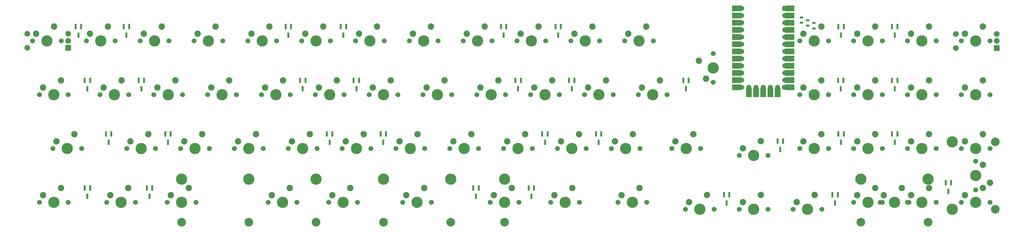
<source format=gbs>
G04 #@! TF.GenerationSoftware,KiCad,Pcbnew,7.0.1*
G04 #@! TF.CreationDate,2023-04-12T10:33:03-04:00*
G04 #@! TF.ProjectId,kastenwagen-1840-chunky,6b617374-656e-4776-9167-656e2d313834,rev?*
G04 #@! TF.SameCoordinates,Original*
G04 #@! TF.FileFunction,Soldermask,Bot*
G04 #@! TF.FilePolarity,Negative*
%FSLAX46Y46*%
G04 Gerber Fmt 4.6, Leading zero omitted, Abs format (unit mm)*
G04 Created by KiCad (PCBNEW 7.0.1) date 2023-04-12 10:33:03*
%MOMM*%
%LPD*%
G01*
G04 APERTURE LIST*
%ADD10C,1.750000*%
%ADD11C,3.987800*%
%ADD12C,2.250000*%
%ADD13C,3.048000*%
%ADD14R,2.000000X2.000000*%
%ADD15C,2.000000*%
%ADD16R,0.800000X1.900000*%
%ADD17R,1.300000X0.700000*%
%ADD18R,3.250000X2.000000*%
%ADD19R,1.752600X1.752600*%
%ADD20C,1.752600*%
%ADD21R,2.000000X3.250000*%
G04 APERTURE END LIST*
D10*
G04 #@! TO.C,MX101*
X39370000Y-25400000D03*
D11*
X44450000Y-25400000D03*
D10*
X49530000Y-25400000D03*
D12*
X40640000Y-22860000D03*
X46990000Y-20320000D03*
G04 #@! TD*
D10*
G04 #@! TO.C,MX110*
X58420000Y-25400000D03*
D11*
X63500000Y-25400000D03*
D10*
X68580000Y-25400000D03*
D12*
X59690000Y-22860000D03*
X66040000Y-20320000D03*
G04 #@! TD*
D10*
G04 #@! TO.C,MX111*
X77470000Y-25400000D03*
D11*
X82550000Y-25400000D03*
D10*
X87630000Y-25400000D03*
D12*
X78740000Y-22860000D03*
X85090000Y-20320000D03*
G04 #@! TD*
D10*
G04 #@! TO.C,MX120*
X96520000Y-25400000D03*
D11*
X101600000Y-25400000D03*
D10*
X106680000Y-25400000D03*
D12*
X97790000Y-22860000D03*
X104140000Y-20320000D03*
G04 #@! TD*
D10*
G04 #@! TO.C,MX121*
X115570000Y-25400000D03*
D11*
X120650000Y-25400000D03*
D10*
X125730000Y-25400000D03*
D12*
X116840000Y-22860000D03*
X123190000Y-20320000D03*
G04 #@! TD*
D10*
G04 #@! TO.C,MX130*
X134620000Y-25400000D03*
D11*
X139700000Y-25400000D03*
D10*
X144780000Y-25400000D03*
D12*
X135890000Y-22860000D03*
X142240000Y-20320000D03*
G04 #@! TD*
D10*
G04 #@! TO.C,MX131*
X153670000Y-25400000D03*
D11*
X158750000Y-25400000D03*
D10*
X163830000Y-25400000D03*
D12*
X154940000Y-22860000D03*
X161290000Y-20320000D03*
G04 #@! TD*
D10*
G04 #@! TO.C,MX140*
X172720000Y-25400000D03*
D11*
X177800000Y-25400000D03*
D10*
X182880000Y-25400000D03*
D12*
X173990000Y-22860000D03*
X180340000Y-20320000D03*
G04 #@! TD*
D10*
G04 #@! TO.C,MX141*
X191770000Y-25400000D03*
D11*
X196850000Y-25400000D03*
D10*
X201930000Y-25400000D03*
D12*
X193040000Y-22860000D03*
X199390000Y-20320000D03*
G04 #@! TD*
D10*
G04 #@! TO.C,MX150*
X210820000Y-25400000D03*
D11*
X215900000Y-25400000D03*
D10*
X220980000Y-25400000D03*
D12*
X212090000Y-22860000D03*
X218440000Y-20320000D03*
G04 #@! TD*
D10*
G04 #@! TO.C,MX151*
X229870000Y-25400000D03*
D11*
X234950000Y-25400000D03*
D10*
X240030000Y-25400000D03*
D12*
X231140000Y-22860000D03*
X237490000Y-20320000D03*
G04 #@! TD*
D10*
G04 #@! TO.C,MX170*
X291782500Y-25400000D03*
D11*
X296862500Y-25400000D03*
D10*
X301942500Y-25400000D03*
D12*
X293052500Y-22860000D03*
X299402500Y-20320000D03*
G04 #@! TD*
D10*
G04 #@! TO.C,MX171*
X310832500Y-25400000D03*
D11*
X315912500Y-25400000D03*
D10*
X320992500Y-25400000D03*
D12*
X312102500Y-22860000D03*
X318452500Y-20320000D03*
G04 #@! TD*
D10*
G04 #@! TO.C,MX180*
X329882500Y-25400000D03*
D11*
X334962500Y-25400000D03*
D10*
X340042500Y-25400000D03*
D12*
X331152500Y-22860000D03*
X337502500Y-20320000D03*
G04 #@! TD*
D10*
G04 #@! TO.C,MX181*
X348932500Y-25400000D03*
D11*
X354012500Y-25400000D03*
D10*
X359092500Y-25400000D03*
D12*
X350202500Y-22860000D03*
X356552500Y-20320000D03*
G04 #@! TD*
D10*
G04 #@! TO.C,MX202*
X22701250Y-44450000D03*
D11*
X27781250Y-44450000D03*
D10*
X32861250Y-44450000D03*
D12*
X23971250Y-41910000D03*
X30321250Y-39370000D03*
G04 #@! TD*
D10*
G04 #@! TO.C,MX203*
X44132500Y-44450000D03*
D11*
X49212500Y-44450000D03*
D10*
X54292500Y-44450000D03*
D12*
X45402500Y-41910000D03*
X51752500Y-39370000D03*
G04 #@! TD*
D10*
G04 #@! TO.C,MX212*
X63182500Y-44450000D03*
D11*
X68262500Y-44450000D03*
D10*
X73342500Y-44450000D03*
D12*
X64452500Y-41910000D03*
X70802500Y-39370000D03*
G04 #@! TD*
D10*
G04 #@! TO.C,MX213*
X82232500Y-44450000D03*
D11*
X87312500Y-44450000D03*
D10*
X92392500Y-44450000D03*
D12*
X83502500Y-41910000D03*
X89852500Y-39370000D03*
G04 #@! TD*
D10*
G04 #@! TO.C,MX222*
X101282500Y-44450000D03*
D11*
X106362500Y-44450000D03*
D10*
X111442500Y-44450000D03*
D12*
X102552500Y-41910000D03*
X108902500Y-39370000D03*
G04 #@! TD*
D10*
G04 #@! TO.C,MX223*
X120332500Y-44450000D03*
D11*
X125412500Y-44450000D03*
D10*
X130492500Y-44450000D03*
D12*
X121602500Y-41910000D03*
X127952500Y-39370000D03*
G04 #@! TD*
D10*
G04 #@! TO.C,MX232*
X139382500Y-44450000D03*
D11*
X144462500Y-44450000D03*
D10*
X149542500Y-44450000D03*
D12*
X140652500Y-41910000D03*
X147002500Y-39370000D03*
G04 #@! TD*
D10*
G04 #@! TO.C,MX233*
X158432500Y-44450000D03*
D11*
X163512500Y-44450000D03*
D10*
X168592500Y-44450000D03*
D12*
X159702500Y-41910000D03*
X166052500Y-39370000D03*
G04 #@! TD*
D10*
G04 #@! TO.C,MX242*
X177482500Y-44450000D03*
D11*
X182562500Y-44450000D03*
D10*
X187642500Y-44450000D03*
D12*
X178752500Y-41910000D03*
X185102500Y-39370000D03*
G04 #@! TD*
D10*
G04 #@! TO.C,MX243*
X196532500Y-44450000D03*
D11*
X201612500Y-44450000D03*
D10*
X206692500Y-44450000D03*
D12*
X197802500Y-41910000D03*
X204152500Y-39370000D03*
G04 #@! TD*
D10*
G04 #@! TO.C,MX252*
X215582500Y-44450000D03*
D11*
X220662500Y-44450000D03*
D10*
X225742500Y-44450000D03*
D12*
X216852500Y-41910000D03*
X223202500Y-39370000D03*
G04 #@! TD*
D10*
G04 #@! TO.C,MX253*
X234632500Y-44450000D03*
D11*
X239712500Y-44450000D03*
D10*
X244792500Y-44450000D03*
D12*
X235902500Y-41910000D03*
X242252500Y-39370000D03*
G04 #@! TD*
D10*
G04 #@! TO.C,MX262*
X261143750Y-40005000D03*
D11*
X261143750Y-34925000D03*
D10*
X261143750Y-29845000D03*
D12*
X258603750Y-38735000D03*
X256063750Y-32385000D03*
G04 #@! TD*
D10*
G04 #@! TO.C,MX272*
X291782500Y-44450000D03*
D11*
X296862500Y-44450000D03*
D10*
X301942500Y-44450000D03*
D12*
X293052500Y-41910000D03*
X299402500Y-39370000D03*
G04 #@! TD*
D10*
G04 #@! TO.C,MX273*
X310832500Y-44450000D03*
D11*
X315912500Y-44450000D03*
D10*
X320992500Y-44450000D03*
D12*
X312102500Y-41910000D03*
X318452500Y-39370000D03*
G04 #@! TD*
D10*
G04 #@! TO.C,MX282*
X329882500Y-44450000D03*
D11*
X334962500Y-44450000D03*
D10*
X340042500Y-44450000D03*
D12*
X331152500Y-41910000D03*
X337502500Y-39370000D03*
G04 #@! TD*
D10*
G04 #@! TO.C,MX283*
X348932500Y-44450000D03*
D11*
X354012500Y-44450000D03*
D10*
X359092500Y-44450000D03*
D12*
X350202500Y-41910000D03*
X356552500Y-39370000D03*
G04 #@! TD*
D10*
G04 #@! TO.C,MX304*
X27463750Y-63500000D03*
D11*
X32543750Y-63500000D03*
D10*
X37623750Y-63500000D03*
D12*
X28733750Y-60960000D03*
X35083750Y-58420000D03*
G04 #@! TD*
D10*
G04 #@! TO.C,MX305*
X53657500Y-63500000D03*
D11*
X58737500Y-63500000D03*
D10*
X63817500Y-63500000D03*
D12*
X54927500Y-60960000D03*
X61277500Y-58420000D03*
G04 #@! TD*
D10*
G04 #@! TO.C,MX314*
X72707500Y-63500000D03*
D11*
X77787500Y-63500000D03*
D10*
X82867500Y-63500000D03*
D12*
X73977500Y-60960000D03*
X80327500Y-58420000D03*
G04 #@! TD*
D10*
G04 #@! TO.C,MX315*
X91757500Y-63500000D03*
D11*
X96837500Y-63500000D03*
D10*
X101917500Y-63500000D03*
D12*
X93027500Y-60960000D03*
X99377500Y-58420000D03*
G04 #@! TD*
D10*
G04 #@! TO.C,MX324*
X110807500Y-63500000D03*
D11*
X115887500Y-63500000D03*
D10*
X120967500Y-63500000D03*
D12*
X112077500Y-60960000D03*
X118427500Y-58420000D03*
G04 #@! TD*
D10*
G04 #@! TO.C,MX325*
X129857500Y-63500000D03*
D11*
X134937500Y-63500000D03*
D10*
X140017500Y-63500000D03*
D12*
X131127500Y-60960000D03*
X137477500Y-58420000D03*
G04 #@! TD*
D10*
G04 #@! TO.C,MX334*
X148907500Y-63500000D03*
D11*
X153987500Y-63500000D03*
D10*
X159067500Y-63500000D03*
D12*
X150177500Y-60960000D03*
X156527500Y-58420000D03*
G04 #@! TD*
D10*
G04 #@! TO.C,MX335*
X167957500Y-63500000D03*
D11*
X173037500Y-63500000D03*
D10*
X178117500Y-63500000D03*
D12*
X169227500Y-60960000D03*
X175577500Y-58420000D03*
G04 #@! TD*
D10*
G04 #@! TO.C,MX344*
X187007500Y-63500000D03*
D11*
X192087500Y-63500000D03*
D10*
X197167500Y-63500000D03*
D12*
X188277500Y-60960000D03*
X194627500Y-58420000D03*
G04 #@! TD*
D10*
G04 #@! TO.C,MX345*
X206057500Y-63500000D03*
D11*
X211137500Y-63500000D03*
D10*
X216217500Y-63500000D03*
D12*
X207327500Y-60960000D03*
X213677500Y-58420000D03*
G04 #@! TD*
D10*
G04 #@! TO.C,MX354*
X225107500Y-63500000D03*
D11*
X230187500Y-63500000D03*
D10*
X235267500Y-63500000D03*
D12*
X226377500Y-60960000D03*
X232727500Y-58420000D03*
G04 #@! TD*
D10*
G04 #@! TO.C,MX355*
X246538750Y-63500000D03*
D11*
X251618750Y-63500000D03*
D10*
X256698750Y-63500000D03*
D12*
X247808750Y-60960000D03*
X254158750Y-58420000D03*
G04 #@! TD*
D10*
G04 #@! TO.C,MX364*
X270351250Y-65881250D03*
D11*
X275431250Y-65881250D03*
D10*
X280511250Y-65881250D03*
D12*
X271621250Y-63341250D03*
X277971250Y-60801250D03*
G04 #@! TD*
D10*
G04 #@! TO.C,MX374*
X291782500Y-63500000D03*
D11*
X296862500Y-63500000D03*
D10*
X301942500Y-63500000D03*
D12*
X293052500Y-60960000D03*
X299402500Y-58420000D03*
G04 #@! TD*
D10*
G04 #@! TO.C,MX375*
X310832500Y-63500000D03*
D11*
X315912500Y-63500000D03*
D10*
X320992500Y-63500000D03*
D12*
X312102500Y-60960000D03*
X318452500Y-58420000D03*
G04 #@! TD*
D10*
G04 #@! TO.C,MX384*
X329882500Y-63500000D03*
D11*
X334962500Y-63500000D03*
D10*
X340042500Y-63500000D03*
D12*
X331152500Y-60960000D03*
X337502500Y-58420000D03*
G04 #@! TD*
D10*
G04 #@! TO.C,MX385*
X348932500Y-63500000D03*
D11*
X354012500Y-63500000D03*
D10*
X359092500Y-63500000D03*
D12*
X350202500Y-60960000D03*
X356552500Y-58420000D03*
G04 #@! TD*
D10*
G04 #@! TO.C,MX406*
X22701250Y-82550000D03*
D11*
X27781250Y-82550000D03*
D10*
X32861250Y-82550000D03*
D12*
X23971250Y-80010000D03*
X30321250Y-77470000D03*
G04 #@! TD*
D10*
G04 #@! TO.C,MX416*
X67945000Y-82550000D03*
D11*
X73025000Y-82550000D03*
D10*
X78105000Y-82550000D03*
D12*
X69215000Y-80010000D03*
X75565000Y-77470000D03*
G04 #@! TD*
D11*
G04 #@! TO.C,MX417*
X96837500Y-74295000D03*
D13*
X96837500Y-89535000D03*
D10*
X103663750Y-82550000D03*
D11*
X108743750Y-82550000D03*
D10*
X113823750Y-82550000D03*
D11*
X120650000Y-74295000D03*
D13*
X120650000Y-89535000D03*
D12*
X104933750Y-80010000D03*
X111283750Y-77470000D03*
G04 #@! TD*
D11*
G04 #@! TO.C,MX417.700*
X73025000Y-74295000D03*
D13*
X73025000Y-89535000D03*
D10*
X125095000Y-82550000D03*
D11*
X130175000Y-82550000D03*
D10*
X135255000Y-82550000D03*
D11*
X187325000Y-74295000D03*
D13*
X187325000Y-89535000D03*
D12*
X126365000Y-80010000D03*
X132715000Y-77470000D03*
G04 #@! TD*
D11*
G04 #@! TO.C,MX437*
X144462500Y-74295000D03*
D13*
X144462500Y-89535000D03*
D10*
X151288750Y-82550000D03*
D11*
X156368750Y-82550000D03*
D10*
X161448750Y-82550000D03*
D11*
X168275000Y-74295000D03*
D13*
X168275000Y-89535000D03*
D12*
X152558750Y-80010000D03*
X158908750Y-77470000D03*
G04 #@! TD*
D10*
G04 #@! TO.C,MX446*
X182245000Y-82550000D03*
D11*
X187325000Y-82550000D03*
D10*
X192405000Y-82550000D03*
D12*
X183515000Y-80010000D03*
X189865000Y-77470000D03*
G04 #@! TD*
D10*
G04 #@! TO.C,MX447*
X203676250Y-82550000D03*
D11*
X208756250Y-82550000D03*
D10*
X213836250Y-82550000D03*
D12*
X204946250Y-80010000D03*
X211296250Y-77470000D03*
G04 #@! TD*
D10*
G04 #@! TO.C,MX456*
X227488750Y-82550000D03*
D11*
X232568750Y-82550000D03*
D10*
X237648750Y-82550000D03*
D12*
X228758750Y-80010000D03*
X235108750Y-77470000D03*
G04 #@! TD*
D10*
G04 #@! TO.C,MX457*
X251301250Y-84931250D03*
D11*
X256381250Y-84931250D03*
D10*
X261461250Y-84931250D03*
D12*
X252571250Y-82391250D03*
X258921250Y-79851250D03*
G04 #@! TD*
D10*
G04 #@! TO.C,MX467*
X270351250Y-84931250D03*
D11*
X275431250Y-84931250D03*
D10*
X280511250Y-84931250D03*
D12*
X271621250Y-82391250D03*
X277971250Y-79851250D03*
G04 #@! TD*
D10*
G04 #@! TO.C,MX476*
X289401250Y-84931250D03*
D11*
X294481250Y-84931250D03*
D10*
X299561250Y-84931250D03*
D12*
X290671250Y-82391250D03*
X297021250Y-79851250D03*
G04 #@! TD*
D10*
G04 #@! TO.C,MX477*
X310832500Y-82550000D03*
D11*
X315912500Y-82550000D03*
D10*
X320992500Y-82550000D03*
D12*
X312102500Y-80010000D03*
X318452500Y-77470000D03*
G04 #@! TD*
D11*
G04 #@! TO.C,MX477.200*
X313416950Y-74269600D03*
D13*
X313416950Y-89509600D03*
D10*
X320243200Y-82524600D03*
D11*
X325323200Y-82524600D03*
D10*
X330403200Y-82524600D03*
D11*
X337229450Y-74269600D03*
D13*
X337229450Y-89509600D03*
D12*
X321513200Y-79984600D03*
X327863200Y-77444600D03*
G04 #@! TD*
D10*
G04 #@! TO.C,MX486*
X329882500Y-82550000D03*
D11*
X334962500Y-82550000D03*
D10*
X340042500Y-82550000D03*
D12*
X331152500Y-80010000D03*
X337502500Y-77470000D03*
G04 #@! TD*
D10*
G04 #@! TO.C,MX487*
X348932500Y-82550000D03*
D11*
X354012500Y-82550000D03*
D10*
X359092500Y-82550000D03*
D12*
X350202500Y-80010000D03*
X356552500Y-77470000D03*
G04 #@! TD*
D13*
G04 #@! TO.C,MX487.200*
X360997500Y-61118750D03*
D11*
X345757500Y-61118750D03*
D10*
X354012500Y-67945000D03*
D11*
X354012500Y-73025000D03*
D10*
X354012500Y-78105000D03*
D13*
X360997500Y-84931250D03*
D11*
X345757500Y-84931250D03*
D12*
X356552500Y-69215000D03*
X359092500Y-75565000D03*
G04 #@! TD*
D14*
G04 #@! TO.C,RSW100*
X32900000Y-27856250D03*
D15*
X32900000Y-22856250D03*
X32900000Y-25356250D03*
X18400000Y-22856250D03*
X18400000Y-27856250D03*
G04 #@! TD*
D14*
G04 #@! TO.C,RSW181*
X361512500Y-27900000D03*
D15*
X361512500Y-22900000D03*
X361512500Y-25400000D03*
X347012500Y-22900000D03*
X347012500Y-27900000D03*
G04 #@! TD*
D10*
G04 #@! TO.C,MX100*
X20320000Y-25400000D03*
D11*
X25400000Y-25400000D03*
D10*
X30480000Y-25400000D03*
D12*
X21590000Y-22860000D03*
X27940000Y-20320000D03*
G04 #@! TD*
D10*
G04 #@! TO.C,MX407*
X46513750Y-82550000D03*
D11*
X51593750Y-82550000D03*
D10*
X56673750Y-82550000D03*
D12*
X47783750Y-80010000D03*
X54133750Y-77470000D03*
G04 #@! TD*
D16*
G04 #@! TO.C,D100*
X35550000Y-20300000D03*
X37450000Y-20300000D03*
X36500000Y-23300000D03*
G04 #@! TD*
G04 #@! TO.C,D101*
X52550000Y-20300000D03*
X54450000Y-20300000D03*
X53500000Y-23300000D03*
G04 #@! TD*
G04 #@! TO.C,D120*
X109850000Y-20300000D03*
X111750000Y-20300000D03*
X110800000Y-23300000D03*
G04 #@! TD*
G04 #@! TO.C,D121*
X129350000Y-20300000D03*
X131250000Y-20300000D03*
X130300000Y-23300000D03*
G04 #@! TD*
G04 #@! TO.C,D140*
X186050000Y-20300000D03*
X187950000Y-20300000D03*
X187000000Y-23300000D03*
G04 #@! TD*
G04 #@! TO.C,D141*
X205350000Y-20300000D03*
X207250000Y-20300000D03*
X206300000Y-23300000D03*
G04 #@! TD*
G04 #@! TO.C,D170*
X305450000Y-20300000D03*
X307350000Y-20300000D03*
X306400000Y-23300000D03*
G04 #@! TD*
G04 #@! TO.C,D171*
X324450000Y-20300000D03*
X326350000Y-20300000D03*
X325400000Y-23300000D03*
G04 #@! TD*
G04 #@! TO.C,D202*
X38750000Y-39300000D03*
X40650000Y-39300000D03*
X39700000Y-42300000D03*
G04 #@! TD*
G04 #@! TO.C,D203*
X57850000Y-39300000D03*
X59750000Y-39300000D03*
X58800000Y-42300000D03*
G04 #@! TD*
G04 #@! TO.C,D222*
X114950000Y-39300000D03*
X116850000Y-39300000D03*
X115900000Y-42300000D03*
G04 #@! TD*
G04 #@! TO.C,D223*
X133950000Y-39300000D03*
X135850000Y-39300000D03*
X134900000Y-42300000D03*
G04 #@! TD*
G04 #@! TO.C,D242*
X191150000Y-39300000D03*
X193050000Y-39300000D03*
X192100000Y-42300000D03*
G04 #@! TD*
G04 #@! TO.C,D243*
X210150000Y-39300000D03*
X212050000Y-39300000D03*
X211100000Y-42300000D03*
G04 #@! TD*
G04 #@! TO.C,D262*
X250550000Y-39300000D03*
X252450000Y-39300000D03*
X251500000Y-42300000D03*
G04 #@! TD*
G04 #@! TO.C,D272*
X305350000Y-39300000D03*
X307250000Y-39300000D03*
X306300000Y-42300000D03*
G04 #@! TD*
G04 #@! TO.C,D273*
X324450000Y-39300000D03*
X326350000Y-39300000D03*
X325400000Y-42300000D03*
G04 #@! TD*
G04 #@! TO.C,D304*
X46244381Y-58300000D03*
X48144381Y-58300000D03*
X47194381Y-61300000D03*
G04 #@! TD*
G04 #@! TO.C,D305*
X67250000Y-58300000D03*
X69150000Y-58300000D03*
X68200000Y-61300000D03*
G04 #@! TD*
G04 #@! TO.C,D324*
X124450000Y-58300000D03*
X126350000Y-58300000D03*
X125400000Y-61300000D03*
G04 #@! TD*
G04 #@! TO.C,D325*
X143450000Y-58300000D03*
X145350000Y-58300000D03*
X144400000Y-61300000D03*
G04 #@! TD*
G04 #@! TO.C,D344*
X200650000Y-58300000D03*
X202550000Y-58300000D03*
X201600000Y-61300000D03*
G04 #@! TD*
G04 #@! TO.C,D345*
X219650000Y-58300000D03*
X221550000Y-58300000D03*
X220600000Y-61300000D03*
G04 #@! TD*
G04 #@! TO.C,D364*
X283950000Y-60800000D03*
X285850000Y-60800000D03*
X284900000Y-63800000D03*
G04 #@! TD*
G04 #@! TO.C,D374*
X305450000Y-58300000D03*
X307350000Y-58300000D03*
X306400000Y-61300000D03*
G04 #@! TD*
G04 #@! TO.C,D375*
X324450000Y-58300000D03*
X326350000Y-58300000D03*
X325400000Y-61300000D03*
G04 #@! TD*
G04 #@! TO.C,D406*
X38750000Y-77400000D03*
X40650000Y-77400000D03*
X39700000Y-80400000D03*
G04 #@! TD*
G04 #@! TO.C,D407*
X60750000Y-77400000D03*
X62650000Y-77400000D03*
X61700000Y-80400000D03*
G04 #@! TD*
G04 #@! TO.C,D437*
X176250000Y-77400000D03*
X178150000Y-77400000D03*
X177200000Y-80400000D03*
G04 #@! TD*
G04 #@! TO.C,D446*
X195850000Y-77400000D03*
X197750000Y-77400000D03*
X196800000Y-80400000D03*
G04 #@! TD*
G04 #@! TO.C,D457*
X264950000Y-79800000D03*
X266850000Y-79800000D03*
X265900000Y-82800000D03*
G04 #@! TD*
G04 #@! TO.C,D477*
X343449437Y-75600000D03*
X345349437Y-75600000D03*
X344399437Y-78600000D03*
G04 #@! TD*
D17*
G04 #@! TO.C,R1*
X292400000Y-18950000D03*
X292400000Y-17050000D03*
G04 #@! TD*
G04 #@! TO.C,R2*
X294600000Y-19950000D03*
X294600000Y-18050000D03*
G04 #@! TD*
G04 #@! TO.C,R3*
X296800000Y-20950000D03*
X296800000Y-19050000D03*
G04 #@! TD*
D18*
G04 #@! TO.C,U1*
X288278000Y-13840000D03*
D19*
X286500000Y-13840000D03*
D18*
X288278000Y-16380000D03*
D20*
X286500000Y-16380000D03*
D18*
X288278000Y-18920000D03*
D20*
X286500000Y-18920000D03*
D18*
X288278000Y-21460000D03*
D20*
X286500000Y-21460000D03*
D18*
X288278000Y-24000000D03*
D20*
X286500000Y-24000000D03*
D18*
X288278000Y-26540000D03*
D20*
X286500000Y-26540000D03*
D18*
X288278000Y-29080000D03*
D20*
X286500000Y-29080000D03*
D18*
X288278000Y-31620000D03*
D20*
X286500000Y-31620000D03*
D18*
X288278000Y-34160000D03*
D20*
X286500000Y-34160000D03*
D18*
X288278000Y-36700000D03*
D20*
X286500000Y-36700000D03*
D18*
X288278000Y-39240000D03*
D20*
X286500000Y-39240000D03*
D18*
X288278000Y-41780000D03*
D20*
X286271400Y-41780000D03*
X271260000Y-41780000D03*
D18*
X269482000Y-41780000D03*
D20*
X271260000Y-39240000D03*
D18*
X269482000Y-39240000D03*
D20*
X271260000Y-36700000D03*
D18*
X269482000Y-36700000D03*
D20*
X271260000Y-34160000D03*
D18*
X269482000Y-34160000D03*
D20*
X271260000Y-31620000D03*
D18*
X269482000Y-31620000D03*
D20*
X271260000Y-29080000D03*
D18*
X269482000Y-29080000D03*
D20*
X271260000Y-26540000D03*
D18*
X269482000Y-26540000D03*
D20*
X271260000Y-24000000D03*
D18*
X269482000Y-24000000D03*
D20*
X271260000Y-21460000D03*
D18*
X269482000Y-21460000D03*
D20*
X271260000Y-18920000D03*
D18*
X269482000Y-18920000D03*
D20*
X271260000Y-16380000D03*
D18*
X269482000Y-16380000D03*
D20*
X271260000Y-13840000D03*
D18*
X269482000Y-13840000D03*
D20*
X283960000Y-41780000D03*
D21*
X283960000Y-43685000D03*
D20*
X281420000Y-41780000D03*
D21*
X281420000Y-43685000D03*
D20*
X278880000Y-41780000D03*
D21*
X278880000Y-43685000D03*
D20*
X276340000Y-41780000D03*
D21*
X276340000Y-43685000D03*
D20*
X273800000Y-41780000D03*
D21*
X273800000Y-43685000D03*
G04 #@! TD*
D16*
G04 #@! TO.C,D476*
X303350000Y-79800000D03*
X305250000Y-79800000D03*
X304300000Y-82800000D03*
G04 #@! TD*
M02*

</source>
